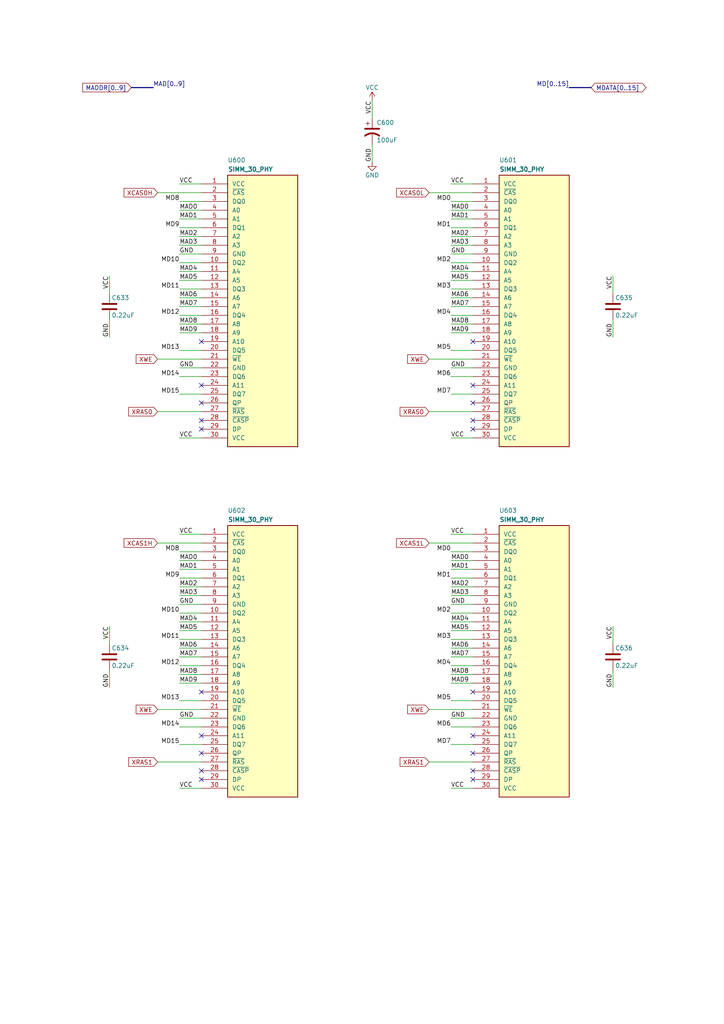
<source format=kicad_sch>
(kicad_sch (version 20230121) (generator eeschema)
  (paper "A4" portrait)
  (title_block (title "Converted schematics of Atari STE") (date "2021-08-31") (rev "1.0.0") (comment 1 "Reference : C300780-001"))
  (lib_symbols
    (symbol "Device:C" (pin_numbers hide) (pin_names (offset 0.254))
      (property "Reference" "C" (at 0.635 2.54 0))
      (property "Value" "C" (at 0.635 -2.54 0))
      (symbol "C_0_1"
        (polyline (pts (xy -2.032 -0.762) (xy 2.032 -0.762)) (stroke (width 0.508)))
        (polyline (pts (xy -2.032 0.762) (xy 2.032 0.762)) (stroke (width 0.508)))
      )
      (symbol "C_1_1"
        (pin passive line (at 0 3.81 270) (length 2.794) (name "~") (number "1"))
        (pin passive line (at 0 -3.81 90) (length 2.794) (name "~") (number "2"))
      )
    )
    (symbol "Device:CP1" (pin_numbers hide) (pin_names (offset 0.254) hide)
      (property "Reference" "C" (at 0.635 2.54 0))
      (property "Value" "Device_CP1" (at 0.635 -2.54 0))
      (symbol "CP1_0_1"
        (polyline (pts (xy -2.032 0.762) (xy 2.032 0.762)) (stroke (width 0.508)))
        (polyline (pts (xy -1.778 2.286) (xy -0.762 2.286)))
        (polyline (pts (xy -1.27 1.778) (xy -1.27 2.794)))
        (arc (start 2.032 -1.27) (mid 0 -0.5572) (end -2.032 -1.27) (stroke (width 0.508)))
      )
      (symbol "CP1_1_1"
        (pin passive line (at 0 3.81 270) (length 2.794) (name "~") (number "1"))
        (pin passive line (at 0 -3.81 90) (length 3.302) (name "~") (number "2"))
      )
    )
    (symbol "power:GND" (power) (pin_names (offset 0))
      (property "Value" "GND" (at 0 -3.81 0))
      (symbol "GND_0_1"
        (polyline (pts (xy 0 0) (xy 0 -1.27) (xy 1.27 -1.27) (xy 0 -2.54) (xy -1.27 -1.27) (xy 0 -1.27)))
      )
      (symbol "GND_1_1"
        (pin power_in line (at 0 0 270) (length 0) hide (name "GND") (number "1"))
      )
    )
    (symbol "power:VCC" (power) (pin_names (offset 0))
      (property "Value" "VCC" (at 0 3.81 0))
      (symbol "VCC_0_1"
        (polyline (pts (xy -0.762 1.27) (xy 0 2.54)))
        (polyline (pts (xy 0 0) (xy 0 2.54)))
        (polyline (pts (xy 0 2.54) (xy 0.762 1.27)))
      )
      (symbol "VCC_1_1"
        (pin power_in line (at 0 0 90) (length 0) hide (name "VCC") (number "1"))
      )
    )
    (symbol "simm-30:SIMM_30_PHY" (pin_names (offset 1.27))
      (property "Reference" "U" (at 0 0 0))
      (property "Value" "SIMM_30_PHY" (at 0 0 0))
      (symbol "SIMM_30_PHY_0_0"
        (rectangle (start -10.16 39.37) (end 10.16 -39.37) (stroke (width 0.254)) (fill (type background)))
        (pin power_in line (at -17.78 36.83 0) (length 7.62) (name "VCC") (number "1"))
        (pin bidirectional line (at -17.78 13.97 0) (length 7.62) (name "DQ2") (number "10"))
        (pin input line (at -17.78 11.43 0) (length 7.62) (name "A4") (number "11"))
        (pin input line (at -17.78 8.89 0) (length 7.62) (name "A5") (number "12"))
        (pin bidirectional line (at -17.78 6.35 0) (length 7.62) (name "DQ3") (number "13"))
        (pin input line (at -17.78 3.81 0) (length 7.62) (name "A6") (number "14"))
        (pin input line (at -17.78 1.27 0) (length 7.62) (name "A7") (number "15"))
        (pin bidirectional line (at -17.78 -1.27 0) (length 7.62) (name "DQ4") (number "16"))
        (pin input line (at -17.78 -3.81 0) (length 7.62) (name "A8") (number "17"))
        (pin input line (at -17.78 -6.35 0) (length 7.62) (name "A9") (number "18"))
        (pin input line (at -17.78 -8.89 0) (length 7.62) (name "A10") (number "19"))
        (pin input line (at -17.78 34.29 0) (length 7.62) (name "~{CAS}") (number "2"))
        (pin bidirectional line (at -17.78 -11.43 0) (length 7.62) (name "DQ5") (number "20"))
        (pin input line (at -17.78 -13.97 0) (length 7.62) (name "~{WE}") (number "21"))
        (pin power_in line (at -17.78 -16.51 0) (length 7.62) (name "GND") (number "22"))
        (pin bidirectional line (at -17.78 -19.05 0) (length 7.62) (name "DQ6") (number "23"))
        (pin input line (at -17.78 -21.59 0) (length 7.62) (name "A11") (number "24"))
        (pin bidirectional line (at -17.78 -24.13 0) (length 7.62) (name "DQ7") (number "25"))
        (pin output line (at -17.78 -26.67 0) (length 7.62) (name "QP") (number "26"))
        (pin input line (at -17.78 -29.21 0) (length 7.62) (name "~{RAS}") (number "27"))
        (pin input line (at -17.78 -31.75 0) (length 7.62) (name "~{CASP}") (number "28"))
        (pin input line (at -17.78 -34.29 0) (length 7.62) (name "DP") (number "29"))
        (pin bidirectional line (at -17.78 31.75 0) (length 7.62) (name "DQ0") (number "3"))
        (pin power_in line (at -17.78 -36.83 0) (length 7.62) (name "VCC") (number "30"))
        (pin input line (at -17.78 29.21 0) (length 7.62) (name "A0") (number "4"))
        (pin input line (at -17.78 26.67 0) (length 7.62) (name "A1") (number "5"))
        (pin bidirectional line (at -17.78 24.13 0) (length 7.62) (name "DQ1") (number "6"))
        (pin input line (at -17.78 21.59 0) (length 7.62) (name "A2") (number "7"))
        (pin input line (at -17.78 19.05 0) (length 7.62) (name "A3") (number "8"))
        (pin power_in line (at -17.78 16.51 0) (length 7.62) (name "GND") (number "9"))
      )
    )
  )
  (no_connect (at 58.42 226.06))
  (no_connect (at 58.42 213.36))
  (no_connect (at 58.42 99.06))
  (no_connect (at 137.16 213.36))
  (no_connect (at 58.42 223.52))
  (no_connect (at 137.16 99.06))
  (no_connect (at 58.42 121.92))
  (no_connect (at 137.16 111.76))
  (no_connect (at 58.42 116.84))
  (no_connect (at 137.16 200.66))
  (no_connect (at 58.42 218.44))
  (no_connect (at 137.16 226.06))
  (no_connect (at 58.42 200.66))
  (no_connect (at 137.16 124.46))
  (no_connect (at 58.42 124.46))
  (no_connect (at 137.16 116.84))
  (no_connect (at 137.16 121.92))
  (no_connect (at 137.16 223.52))
  (no_connect (at 137.16 218.44))
  (no_connect (at 58.42 111.76))
  (wire (pts (xy 130.81 193.04) (xy 137.16 193.04)))
  (wire (pts (xy 31.75 92.71) (xy 31.75 97.79)))
  (wire (pts (xy 52.07 68.58) (xy 58.42 68.58)))
  (wire (pts (xy 130.81 160.02) (xy 137.16 160.02)))
  (wire (pts (xy 130.81 208.28) (xy 137.16 208.28)))
  (wire (pts (xy 130.81 114.3) (xy 137.16 114.3)))
  (wire (pts (xy 52.07 175.26) (xy 58.42 175.26)))
  (wire (pts (xy 52.07 114.3) (xy 58.42 114.3)))
  (wire (pts (xy 52.07 86.36) (xy 58.42 86.36)))
  (wire (pts (xy 52.07 93.98) (xy 58.42 93.98)))
  (wire (pts (xy 52.07 167.64) (xy 58.42 167.64)))
  (wire (pts (xy 52.07 172.72) (xy 58.42 172.72)))
  (wire (pts (xy 130.81 203.2) (xy 137.16 203.2)))
  (wire (pts (xy 130.81 228.6) (xy 137.16 228.6)))
  (wire (pts (xy 52.07 165.1) (xy 58.42 165.1)))
  (wire (pts (xy 52.07 71.12) (xy 58.42 71.12)))
  (wire (pts (xy 52.07 210.82) (xy 58.42 210.82)))
  (wire (pts (xy 130.81 81.28) (xy 137.16 81.28)))
  (wire (pts (xy 130.81 76.2) (xy 137.16 76.2)))
  (wire (pts (xy 52.07 78.74) (xy 58.42 78.74)))
  (wire (pts (xy 107.95 46.99) (xy 107.95 41.91)))
  (wire (pts (xy 130.81 106.68) (xy 137.16 106.68)))
  (wire (pts (xy 130.81 109.22) (xy 137.16 109.22)))
  (wire (pts (xy 52.07 160.02) (xy 58.42 160.02)))
  (wire (pts (xy 177.8 80.01) (xy 177.8 85.09)))
  (wire (pts (xy 52.07 109.22) (xy 58.42 109.22)))
  (wire (pts (xy 52.07 208.28) (xy 58.42 208.28)))
  (wire (pts (xy 45.72 220.98) (xy 58.42 220.98)))
  (wire (pts (xy 130.81 88.9) (xy 137.16 88.9)))
  (wire (pts (xy 130.81 195.58) (xy 137.16 195.58)))
  (wire (pts (xy 177.8 194.31) (xy 177.8 199.39)))
  (wire (pts (xy 124.46 55.88) (xy 137.16 55.88)))
  (wire (pts (xy 45.72 119.38) (xy 58.42 119.38)))
  (wire (pts (xy 45.72 104.14) (xy 58.42 104.14)))
  (wire (pts (xy 52.07 198.12) (xy 58.42 198.12)))
  (wire (pts (xy 52.07 106.68) (xy 58.42 106.68)))
  (wire (pts (xy 130.81 91.44) (xy 137.16 91.44)))
  (wire (pts (xy 130.81 101.6) (xy 137.16 101.6)))
  (wire (pts (xy 52.07 83.82) (xy 58.42 83.82)))
  (wire (pts (xy 107.95 29.21) (xy 107.95 34.29)))
  (wire (pts (xy 130.81 185.42) (xy 137.16 185.42)))
  (wire (pts (xy 124.46 104.14) (xy 137.16 104.14)))
  (wire (pts (xy 52.07 53.34) (xy 58.42 53.34)))
  (wire (pts (xy 45.72 205.74) (xy 58.42 205.74)))
  (wire (pts (xy 52.07 187.96) (xy 58.42 187.96)))
  (wire (pts (xy 130.81 182.88) (xy 137.16 182.88)))
  (wire (pts (xy 177.8 92.71) (xy 177.8 97.79)))
  (wire (pts (xy 52.07 215.9) (xy 58.42 215.9)))
  (wire (pts (xy 130.81 154.94) (xy 137.16 154.94)))
  (wire (pts (xy 45.72 55.88) (xy 58.42 55.88)))
  (wire (pts (xy 130.81 180.34) (xy 137.16 180.34)))
  (wire (pts (xy 130.81 210.82) (xy 137.16 210.82)))
  (wire (pts (xy 52.07 91.44) (xy 58.42 91.44)))
  (bus (pts (xy 165.1 25.4) (xy 171.45 25.4)))
  (wire (pts (xy 52.07 127) (xy 58.42 127)))
  (wire (pts (xy 130.81 175.26) (xy 137.16 175.26)))
  (wire (pts (xy 52.07 180.34) (xy 58.42 180.34)))
  (wire (pts (xy 31.75 80.01) (xy 31.75 85.09)))
  (wire (pts (xy 52.07 60.96) (xy 58.42 60.96)))
  (wire (pts (xy 130.81 172.72) (xy 137.16 172.72)))
  (wire (pts (xy 52.07 195.58) (xy 58.42 195.58)))
  (wire (pts (xy 130.81 167.64) (xy 137.16 167.64)))
  (wire (pts (xy 52.07 162.56) (xy 58.42 162.56)))
  (wire (pts (xy 52.07 96.52) (xy 58.42 96.52)))
  (wire (pts (xy 130.81 71.12) (xy 137.16 71.12)))
  (wire (pts (xy 52.07 177.8) (xy 58.42 177.8)))
  (bus (pts (xy 38.1 25.4) (xy 44.45 25.4)))
  (wire (pts (xy 52.07 193.04) (xy 58.42 193.04)))
  (wire (pts (xy 124.46 220.98) (xy 137.16 220.98)))
  (wire (pts (xy 130.81 187.96) (xy 137.16 187.96)))
  (wire (pts (xy 52.07 88.9) (xy 58.42 88.9)))
  (wire (pts (xy 52.07 182.88) (xy 58.42 182.88)))
  (wire (pts (xy 130.81 93.98) (xy 137.16 93.98)))
  (wire (pts (xy 130.81 58.42) (xy 137.16 58.42)))
  (wire (pts (xy 130.81 78.74) (xy 137.16 78.74)))
  (wire (pts (xy 52.07 190.5) (xy 58.42 190.5)))
  (wire (pts (xy 52.07 170.18) (xy 58.42 170.18)))
  (wire (pts (xy 177.8 181.61) (xy 177.8 186.69)))
  (wire (pts (xy 31.75 194.31) (xy 31.75 199.39)))
  (wire (pts (xy 52.07 73.66) (xy 58.42 73.66)))
  (wire (pts (xy 52.07 58.42) (xy 58.42 58.42)))
  (wire (pts (xy 52.07 63.5) (xy 58.42 63.5)))
  (wire (pts (xy 130.81 96.52) (xy 137.16 96.52)))
  (wire (pts (xy 130.81 198.12) (xy 137.16 198.12)))
  (wire (pts (xy 130.81 170.18) (xy 137.16 170.18)))
  (wire (pts (xy 52.07 76.2) (xy 58.42 76.2)))
  (wire (pts (xy 130.81 162.56) (xy 137.16 162.56)))
  (wire (pts (xy 124.46 119.38) (xy 137.16 119.38)))
  (wire (pts (xy 52.07 81.28) (xy 58.42 81.28)))
  (wire (pts (xy 130.81 73.66) (xy 137.16 73.66)))
  (wire (pts (xy 130.81 190.5) (xy 137.16 190.5)))
  (wire (pts (xy 45.72 157.48) (xy 58.42 157.48)))
  (wire (pts (xy 52.07 185.42) (xy 58.42 185.42)))
  (wire (pts (xy 124.46 157.48) (xy 137.16 157.48)))
  (wire (pts (xy 52.07 154.94) (xy 58.42 154.94)))
  (wire (pts (xy 130.81 127) (xy 137.16 127)))
  (wire (pts (xy 130.81 86.36) (xy 137.16 86.36)))
  (wire (pts (xy 52.07 66.04) (xy 58.42 66.04)))
  (wire (pts (xy 130.81 68.58) (xy 137.16 68.58)))
  (wire (pts (xy 52.07 101.6) (xy 58.42 101.6)))
  (wire (pts (xy 52.07 228.6) (xy 58.42 228.6)))
  (wire (pts (xy 130.81 177.8) (xy 137.16 177.8)))
  (wire (pts (xy 130.81 66.04) (xy 137.16 66.04)))
  (wire (pts (xy 130.81 53.34) (xy 137.16 53.34)))
  (wire (pts (xy 130.81 83.82) (xy 137.16 83.82)))
  (wire (pts (xy 52.07 203.2) (xy 58.42 203.2)))
  (wire (pts (xy 130.81 60.96) (xy 137.16 60.96)))
  (wire (pts (xy 130.81 63.5) (xy 137.16 63.5)))
  (wire (pts (xy 130.81 165.1) (xy 137.16 165.1)))
  (wire (pts (xy 31.75 181.61) (xy 31.75 186.69)))
  (wire (pts (xy 130.81 215.9) (xy 137.16 215.9)))
  (wire (pts (xy 124.46 205.74) (xy 137.16 205.74)))
  (label "MAD5" (at 130.81 182.88 0))
  (label "MAD6" (at 130.81 187.96 0))
  (label "GND" (at 130.81 208.28 0))
  (label "MD6" (at 130.81 210.82 180))
  (label "MAD3" (at 52.07 172.72 0))
  (label "MD10" (at 52.07 76.2 180))
  (label "GND" (at 130.81 106.68 0))
  (label "MD0" (at 130.81 160.02 180))
  (label "MD4" (at 130.81 193.04 180))
  (label "VCC" (at 130.81 53.34 0))
  (label "MAD7" (at 52.07 88.9 0))
  (label "VCC" (at 107.95 29.21 270))
  (label "MAD0" (at 130.81 162.56 0))
  (label "MD10" (at 52.07 177.8 180))
  (label "VCC" (at 31.75 181.61 270))
  (label "MAD6" (at 52.07 86.36 0))
  (label "VCC" (at 31.75 80.01 270))
  (label "MD12" (at 52.07 193.04 180))
  (label "MAD6" (at 52.07 187.96 0))
  (label "MD5" (at 130.81 203.2 180))
  (label "VCC" (at 130.81 154.94 0))
  (label "MAD4" (at 130.81 180.34 0))
  (label "GND" (at 107.95 46.99 90))
  (label "MAD5" (at 130.81 81.28 0))
  (label "VCC" (at 52.07 154.94 0))
  (label "MAD2" (at 130.81 170.18 0))
  (label "MD3" (at 130.81 185.42 180))
  (label "MAD8" (at 52.07 93.98 0))
  (label "MAD3" (at 130.81 71.12 0))
  (label "MAD5" (at 52.07 182.88 0))
  (label "MAD2" (at 52.07 68.58 0))
  (label "MAD8" (at 130.81 195.58 0))
  (label "MAD5" (at 52.07 81.28 0))
  (label "VCC" (at 52.07 127 0))
  (label "MAD9" (at 52.07 198.12 0))
  (label "MAD8" (at 130.81 93.98 0))
  (label "GND" (at 177.8 199.39 90))
  (label "MAD9" (at 52.07 96.52 0))
  (label "MAD0" (at 52.07 162.56 0))
  (label "MD1" (at 130.81 167.64 180))
  (label "MD14" (at 52.07 210.82 180))
  (label "MD11" (at 52.07 83.82 180))
  (label "MD7" (at 130.81 215.9 180))
  (label "MD8" (at 52.07 58.42 180))
  (label "VCC" (at 52.07 228.6 0))
  (label "MD13" (at 52.07 203.2 180))
  (label "MAD[0..9]" (at 44.45 25.4 0))
  (label "MAD3" (at 130.81 172.72 0))
  (label "MD4" (at 130.81 91.44 180))
  (label "MD13" (at 52.07 101.6 180))
  (label "MD11" (at 52.07 185.42 180))
  (label "GND" (at 31.75 97.79 90))
  (label "VCC" (at 177.8 80.01 270))
  (label "MAD0" (at 52.07 60.96 0))
  (label "GND" (at 31.75 199.39 90))
  (label "MD8" (at 52.07 160.02 180))
  (label "MAD2" (at 130.81 68.58 0))
  (label "MD15" (at 52.07 114.3 180))
  (label "MD3" (at 130.81 83.82 180))
  (label "MD7" (at 130.81 114.3 180))
  (label "MD[0..15]" (at 165.1 25.4 180))
  (label "GND" (at 130.81 73.66 0))
  (label "VCC" (at 130.81 228.6 0))
  (label "MAD1" (at 52.07 63.5 0))
  (label "MD5" (at 130.81 101.6 180))
  (label "MAD1" (at 130.81 165.1 0))
  (label "MAD6" (at 130.81 86.36 0))
  (label "MD1" (at 130.81 66.04 180))
  (label "MD14" (at 52.07 109.22 180))
  (label "MAD0" (at 130.81 60.96 0))
  (label "MD9" (at 52.07 66.04 180))
  (label "VCC" (at 177.8 181.61 270))
  (label "MAD9" (at 130.81 198.12 0))
  (label "MD12" (at 52.07 91.44 180))
  (label "VCC" (at 130.81 127 0))
  (label "GND" (at 52.07 73.66 0))
  (label "GND" (at 52.07 106.68 0))
  (label "MAD9" (at 130.81 96.52 0))
  (label "MAD3" (at 52.07 71.12 0))
  (label "MAD4" (at 130.81 78.74 0))
  (label "GND" (at 130.81 175.26 0))
  (label "GND" (at 52.07 208.28 0))
  (label "MAD1" (at 130.81 63.5 0))
  (label "GND" (at 52.07 175.26 0))
  (label "MD9" (at 52.07 167.64 180))
  (label "MAD4" (at 52.07 180.34 0))
  (label "MD6" (at 130.81 109.22 180))
  (label "MD0" (at 130.81 58.42 180))
  (label "VCC" (at 52.07 53.34 0))
  (label "MAD7" (at 52.07 190.5 0))
  (label "MD2" (at 130.81 177.8 180))
  (label "GND" (at 177.8 97.79 90))
  (label "MAD2" (at 52.07 170.18 0))
  (label "MD15" (at 52.07 215.9 180))
  (label "MAD1" (at 52.07 165.1 0))
  (label "MAD4" (at 52.07 78.74 0))
  (label "MAD7" (at 130.81 190.5 0))
  (label "MD2" (at 130.81 76.2 180))
  (label "MAD7" (at 130.81 88.9 0))
  (label "MAD8" (at 52.07 195.58 0))
  (global_label "XCAS1H" (shape input) (at 45.72 157.48 180) (property "Intersheetrefs" "${INTERSHEET_REFS}" (effects hide)))
  (global_label "XCAS0L" (shape input) (at 124.46 55.88 180) (property "Intersheetrefs" "${INTERSHEET_REFS}" (effects hide)))
  (global_label "XWE" (shape input) (at 124.46 205.74 180) (property "Intersheetrefs" "${INTERSHEET_REFS}" (effects hide)))
  (global_label "MDATA[0..15]" (shape bidirectional) (at 171.45 25.4 0) (property "Intersheetrefs" "${INTERSHEET_REFS}" (effects hide)))
  (global_label "XRAS1" (shape input) (at 45.72 220.98 180) (property "Intersheetrefs" "${INTERSHEET_REFS}" (effects hide)))
  (global_label "XRAS0" (shape input) (at 124.46 119.38 180) (property "Intersheetrefs" "${INTERSHEET_REFS}" (effects hide)))
  (global_label "XCAS0H" (shape input) (at 45.72 55.88 180) (property "Intersheetrefs" "${INTERSHEET_REFS}" (effects hide)))
  (global_label "XRAS1" (shape input) (at 124.46 220.98 180) (property "Intersheetrefs" "${INTERSHEET_REFS}" (effects hide)))
  (global_label "XWE" (shape input) (at 45.72 104.14 180) (property "Intersheetrefs" "${INTERSHEET_REFS}" (effects hide)))
  (global_label "XWE" (shape input) (at 45.72 205.74 180) (property "Intersheetrefs" "${INTERSHEET_REFS}" (effects hide)))
  (global_label "MADDR[0..9]" (shape input) (at 38.1 25.4 180) (property "Intersheetrefs" "${INTERSHEET_REFS}" (effects hide)))
  (global_label "XCAS1L" (shape input) (at 124.46 157.48 180) (property "Intersheetrefs" "${INTERSHEET_REFS}" (effects hide)))
  (global_label "XWE" (shape input) (at 124.46 104.14 180) (property "Intersheetrefs" "${INTERSHEET_REFS}" (effects hide)))
  (global_label "XRAS0" (shape input) (at 45.72 119.38 180) (property "Intersheetrefs" "${INTERSHEET_REFS}" (effects hide)))
  (symbol (lib_id "simm-30:SIMM_30_PHY") (at 76.2 90.17 0) (unit 1)
    (property "Reference" "U600" (at 66.04 45.72 0) (effects (justify left top)))
    (property "Value" "SIMM_30_PHY" (at 66.04 48.26 0) (effects (font bold) (justify left top)))
    (property "Footprint" "commons-interconnect_THT:socket-simm-30-P2.54mm" (effects hide))
  )
  (symbol (lib_id "simm-30:SIMM_30_PHY") (at 154.94 90.17 0) (unit 1)
    (property "Reference" "U601" (at 144.78 45.72 0) (effects (justify left top)))
    (property "Value" "SIMM_30_PHY" (at 144.78 48.26 0) (effects (font bold) (justify left top)))
    (property "Footprint" "commons-interconnect_THT:socket-simm-30-P2.54mm" (effects hide))
  )
  (symbol (lib_id "simm-30:SIMM_30_PHY") (at 76.2 191.77 0) (unit 1)
    (property "Reference" "U602" (at 66.04 147.32 0) (effects (justify left top)))
    (property "Value" "SIMM_30_PHY" (at 66.04 149.86 0) (effects (font bold) (justify left top)))
    (property "Footprint" "commons-interconnect_THT:socket-simm-30-P2.54mm" (effects hide))
  )
  (symbol (lib_id "simm-30:SIMM_30_PHY") (at 154.94 191.77 0) (unit 1)
    (property "Reference" "U603" (at 144.78 147.32 0) (effects (justify left top)))
    (property "Value" "SIMM_30_PHY" (at 144.78 149.86 0) (effects (font bold) (justify left top)))
    (property "Footprint" "commons-interconnect_THT:socket-simm-30-P2.54mm" (effects hide))
  )
  (symbol (lib_id "Device:C") (at 31.75 88.9 0) (unit 1)
    (property "Reference" "C633" (at 32.385 86.36 0) (effects (justify left)))
    (property "Value" "0.22uF" (at 32.385 91.44 0) (effects (justify left)))
    (property "Footprint" "commons_passives_THT:Passive_THT_capacitor_mlcc_W2.54mm_L10.16mm" (effects hide))
  )
  (symbol (lib_id "Device:C") (at 177.8 88.9 0) (unit 1)
    (property "Reference" "C635" (at 178.435 86.36 0) (effects (justify left)))
    (property "Value" "0.22uF" (at 178.435 91.44 0) (effects (justify left)))
    (property "Footprint" "commons_passives_THT:Passive_THT_capacitor_mlcc_W2.54mm_L10.16mm" (effects hide))
  )
  (symbol (lib_id "Device:C") (at 31.75 190.5 0) (unit 1)
    (property "Reference" "C634" (at 32.385 187.96 0) (effects (justify left)))
    (property "Value" "0.22uF" (at 32.385 193.04 0) (effects (justify left)))
    (property "Footprint" "commons_passives_THT:Passive_THT_capacitor_mlcc_W2.54mm_L10.16mm" (effects hide))
  )
  (symbol (lib_id "Device:C") (at 177.8 190.5 0) (unit 1)
    (property "Reference" "C636" (at 178.435 187.96 0) (effects (justify left)))
    (property "Value" "0.22uF" (at 178.435 193.04 0) (effects (justify left)))
    (property "Footprint" "commons_passives_THT:Passive_THT_capacitor_mlcc_W2.54mm_L10.16mm" (effects hide))
  )
  (symbol (lib_id "Device:CP1") (at 107.95 38.1 0) (unit 1)
    (property "Reference" "C600" (at 109.22 35.56 0) (effects (justify left)))
    (property "Value" "100uF" (at 109.22 40.64 0) (effects (justify left)))
    (property "Footprint" "commons_passives_THT:Passive_THT_capacitor_polarized_W6.35mm_L20.32mm" (effects hide))
  )
  (symbol (lib_id "power:GND") (at 107.95 46.99 0) (unit 1)
    (property "Reference" "#PWR026" (effects hide))
    (property "Value" "GND" (at 107.95 50.8 0))
  )
  (symbol (lib_id "power:VCC") (at 107.95 29.21 0) (unit 1)
    (property "Reference" "#PWR051" (effects hide))
    (property "Value" "VCC" (at 107.95 25.4 0))
  )
)
</source>
